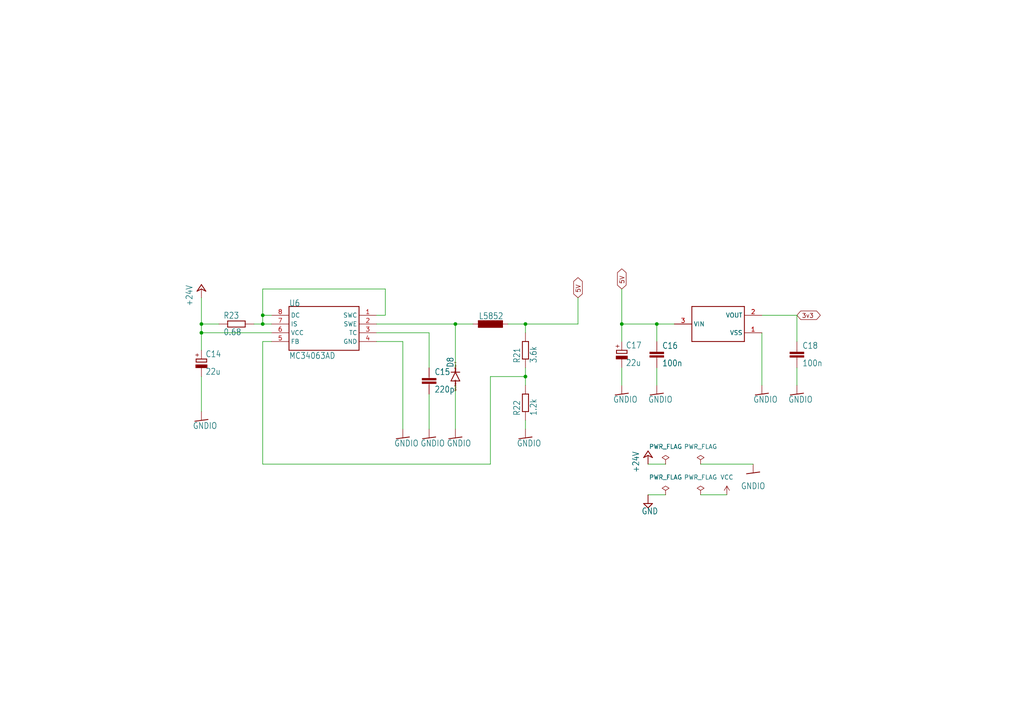
<source format=kicad_sch>
(kicad_sch (version 20231120) (generator "eeschema") (generator_version "8.0")
  (paper "A4")
  (lib_symbols
    (symbol "CPOL-EUE2-5_1"
      (property "Reference" "C14" (at 1.143 0.4826 0))
      (property "Value" "22u" (at 1.143 -4.5974 0))
      (symbol "CPOL-EUE2-5_1_1_0"
        (rectangle (start -1.651 -2.54) (end 1.651 -1.651) (fill (type outline)))
        (polyline (pts (xy -1.524 -0.889) (xy 1.524 -0.889)) (stroke (width 0.254)))
        (polyline (pts (xy -1.524 0) (xy -1.524 -0.889)) (stroke (width 0.254)))
        (polyline (pts (xy -1.524 0) (xy 1.524 0)) (stroke (width 0.254)))
        (polyline (pts (xy 1.524 -0.889) (xy 1.524 0)) (stroke (width 0.254)))
        (text "+" (at -0.5842 0.4064 900) (effects (font (size 1.27 1.0795)) (justify left bottom)))
        (pin passive line (at 0 2.54 270) (length 2.54) (name "1") (number "1"))
        (pin passive line (at 0 -5.08 90) (length 2.54) (name "2") (number "2"))
      )
    )
    (symbol "power:PWR_FLAG" (power) (pin_numbers hide) (pin_names (offset 0) hide)
      (property "Value" "PWR_FLAG" (at 0 3.81 0))
      (symbol "PWR_FLAG_0_0"
        (pin power_out line (at 0 0 90) (length 0) (name "pwr") (number "1"))
      )
      (symbol "PWR_FLAG_0_1"
        (polyline (pts (xy 0 0) (xy 0 1.27) (xy -1.016 1.905) (xy 0 2.54) (xy 1.016 1.905) (xy 0 1.27)))
      )
    )
    (symbol "power:VCC" (power) (pin_names (offset 0))
      (property "Value" "VCC" (at 0 3.81 0))
      (symbol "VCC_0_1"
        (polyline (pts (xy -0.762 1.27) (xy 0 2.54)))
        (polyline (pts (xy 0 0) (xy 0 2.54)))
        (polyline (pts (xy 0 2.54) (xy 0.762 1.27)))
      )
      (symbol "VCC_1_1"
        (pin power_in line (at 0 0 90) (length 0) hide (name "VCC") (number "1"))
      )
    )
    (symbol "solenoid valve2020-eagle-import:+24V" (power)
      (property "Value" "+24V" (at -2.54 -5.08 90))
      (symbol "+24V_1_0"
        (polyline (pts (xy 0 0) (xy -1.27 -0.635)) (stroke (width 0.254)))
        (polyline (pts (xy 0 1.27) (xy -1.27 -0.635)) (stroke (width 0.254)))
        (polyline (pts (xy 1.27 -0.635) (xy 0 0)) (stroke (width 0.254)))
        (polyline (pts (xy 1.27 -0.635) (xy 0 1.27)) (stroke (width 0.254)))
        (pin power_in line (at 0 -2.54 90) (length 2.54) (name "+24V") (number "1"))
      )
    )
    (symbol "solenoid valve2020-eagle-import:CPOL-EUE2-5"
      (property "Reference" "C17" (at 1.143 0.4826 0))
      (property "Value" "22u" (at 1.143 -4.5974 0))
      (symbol "CPOL-EUE2-5_1_0"
        (rectangle (start -1.651 -2.54) (end 1.651 -1.651) (fill (type outline)))
        (polyline (pts (xy -1.524 -0.889) (xy 1.524 -0.889)) (stroke (width 0.254)))
        (polyline (pts (xy -1.524 0) (xy -1.524 -0.889)) (stroke (width 0.254)))
        (polyline (pts (xy -1.524 0) (xy 1.524 0)) (stroke (width 0.254)))
        (polyline (pts (xy 1.524 -0.889) (xy 1.524 0)) (stroke (width 0.254)))
        (text "+" (at -0.5842 0.4064 900) (effects (font (size 1.27 1.0795)) (justify left bottom)))
        (pin passive line (at 0 2.54 270) (length 2.54) (name "1") (number "1"))
        (pin passive line (at 0 -5.08 90) (length 2.54) (name "2") (number "2"))
      )
    )
    (symbol "solenoid valve2020-eagle-import:DIODE-SOD123"
      (property "Reference" "D" (at 2.54 0.4826 0))
      (symbol "DIODE-SOD123_1_0"
        (polyline (pts (xy -1.27 -1.27) (xy 1.27 0)) (stroke (width 0.254)))
        (polyline (pts (xy -1.27 0) (xy -2.54 0)) (stroke (width 0.254)))
        (polyline (pts (xy -1.27 0) (xy -1.27 -1.27)) (stroke (width 0.254)))
        (polyline (pts (xy -1.27 1.27) (xy -1.27 0)) (stroke (width 0.254)))
        (polyline (pts (xy 1.27 0) (xy -1.27 1.27)) (stroke (width 0.254)))
        (polyline (pts (xy 1.27 0) (xy 1.27 -1.27)) (stroke (width 0.254)))
        (polyline (pts (xy 1.27 1.27) (xy 1.27 0)) (stroke (width 0.254)))
        (polyline (pts (xy 2.54 0) (xy 1.27 0)) (stroke (width 0.254)))
        (text "SpiceOrder 1" (at -2.54 0 0) (effects (font (size 0.4064 0.3454))))
        (text "SpiceOrder 2" (at 2.54 0 0) (effects (font (size 0.4064 0.3454))))
        (pin passive line (at -2.54 0 0) (length 0) (name "A") (number "A"))
        (pin passive line (at 2.54 0 180) (length 0) (name "C") (number "C"))
      )
    )
    (symbol "solenoid valve2020-eagle-import:GND" (power)
      (property "Value" "GND" (at -1.905 -3.175 0))
      (symbol "GND_1_0"
        (polyline (pts (xy -1.27 0) (xy 1.27 0)) (stroke (width 0.254)))
        (polyline (pts (xy 0 -1.27) (xy -1.27 0)) (stroke (width 0.254)))
        (polyline (pts (xy 1.27 0) (xy 0 -1.27)) (stroke (width 0.254)))
        (pin power_in line (at 0 2.54 270) (length 2.54) (name "GND") (number "1"))
      )
    )
    (symbol "solenoid valve2020-eagle-import:GNDIO" (power)
      (property "Value" "GNDIO" (at -2.54 -2.54 0))
      (symbol "GNDIO_1_0"
        (polyline (pts (xy -1.905 -0.254) (xy 1.905 0.254)) (stroke (width 0.254)))
        (pin power_in line (at 0 2.54 270) (length 2.54) (name "GNDIO") (number "1"))
      )
    )
    (symbol "solenoid valve2020-eagle-import:L5852"
      (property "Value" "L5852" (at 3.302 -3.81 90))
      (symbol "L5852_1_0"
        (rectangle (start -1.016 -3.556) (end 1.016 3.556) (fill (type outline)))
        (pin passive line (at 0 5.08 270) (length 2.54) (name "1") (number "1"))
        (pin passive line (at 0 -5.08 90) (length 2.54) (name "2") (number "2"))
      )
    )
    (symbol "solenoid valve2020-eagle-import:MC34063AD"
      (property "Reference" "IC" (at -10.16 2.54 0))
      (symbol "MC34063AD_1_0"
        (polyline (pts (xy -10.16 -10.16) (xy 10.16 -10.16)) (stroke (width 0.254)))
        (polyline (pts (xy -10.16 2.54) (xy -10.16 -10.16)) (stroke (width 0.254)))
        (polyline (pts (xy 10.16 -10.16) (xy 10.16 2.54)) (stroke (width 0.254)))
        (polyline (pts (xy 10.16 2.54) (xy -10.16 2.54)) (stroke (width 0.254)))
        (pin passive line (at 15.24 0 180) (length 5.08) (name "SWC") (number "1"))
        (pin passive line (at 15.24 -2.54 180) (length 5.08) (name "SWE") (number "2"))
        (pin passive line (at 15.24 -5.08 180) (length 5.08) (name "TC") (number "3"))
        (pin passive line (at 15.24 -7.62 180) (length 5.08) (name "GND") (number "4"))
        (pin passive line (at -15.24 -7.62 0) (length 5.08) (name "FB") (number "5"))
        (pin passive line (at -15.24 -5.08 0) (length 5.08) (name "VCC") (number "6"))
        (pin passive line (at -15.24 -2.54 0) (length 5.08) (name "IS") (number "7"))
        (pin passive line (at -15.24 0 0) (length 5.08) (name "DC") (number "8"))
      )
    )
    (symbol "solenoid valve2020-eagle-import:XC6206"
      (symbol "XC6206_1_0"
        (polyline (pts (xy -7.62 -5.08) (xy -7.62 5.08)) (stroke (width 0.254)))
        (polyline (pts (xy -7.62 5.08) (xy 7.62 5.08)) (stroke (width 0.254)))
        (polyline (pts (xy 7.62 -5.08) (xy -7.62 -5.08)) (stroke (width 0.254)))
        (polyline (pts (xy 7.62 5.08) (xy 7.62 -5.08)) (stroke (width 0.254)))
        (pin bidirectional line (at 12.7 -2.54 180) (length 5.08) (name "VSS") (number "1"))
        (pin bidirectional line (at 12.7 2.54 180) (length 5.08) (name "VOUT") (number "2"))
        (pin bidirectional line (at -12.7 0 0) (length 5.08) (name "VIN") (number "3"))
      )
    )
    (symbol "solenoid valve2020-eagle-import:rcl_C-EUC0603"
      (property "Reference" "C" (at 1.524 0.381 0))
      (symbol "rcl_C-EUC0603_1_0"
        (rectangle (start -2.032 -2.032) (end 2.032 -1.524) (fill (type outline)))
        (rectangle (start -2.032 -1.016) (end 2.032 -0.508) (fill (type outline)))
        (polyline (pts (xy 0 -2.54) (xy 0 -2.032)) (stroke (width 0.1524)))
        (polyline (pts (xy 0 0) (xy 0 -0.508)) (stroke (width 0.1524)))
        (pin passive line (at 0 2.54 270) (length 2.54) (name "1") (number "1"))
        (pin passive line (at 0 -5.08 90) (length 2.54) (name "2") (number "2"))
      )
    )
    (symbol "solenoid valve2020-eagle-import:rcl_R-EU_R0603"
      (property "Reference" "R" (at -3.81 1.4986 0))
      (symbol "rcl_R-EU_R0603_1_0"
        (polyline (pts (xy -2.54 -0.889) (xy -2.54 0.889)) (stroke (width 0.254)))
        (polyline (pts (xy -2.54 -0.889) (xy 2.54 -0.889)) (stroke (width 0.254)))
        (polyline (pts (xy 2.54 -0.889) (xy 2.54 0.889)) (stroke (width 0.254)))
        (polyline (pts (xy 2.54 0.889) (xy -2.54 0.889)) (stroke (width 0.254)))
        (pin passive line (at -5.08 0 0) (length 2.54) (name "1") (number "1"))
        (pin passive line (at 5.08 0 180) (length 2.54) (name "2") (number "2"))
      )
    )
    (symbol "solenoid valve2020-eagle-import:rcl_R-EU_R1206"
      (property "Reference" "R" (at -3.81 1.4986 0))
      (symbol "rcl_R-EU_R1206_1_0"
        (polyline (pts (xy -2.54 -0.889) (xy -2.54 0.889)) (stroke (width 0.254)))
        (polyline (pts (xy -2.54 -0.889) (xy 2.54 -0.889)) (stroke (width 0.254)))
        (polyline (pts (xy 2.54 -0.889) (xy 2.54 0.889)) (stroke (width 0.254)))
        (polyline (pts (xy 2.54 0.889) (xy -2.54 0.889)) (stroke (width 0.254)))
        (pin passive line (at -5.08 0 0) (length 2.54) (name "1") (number "1"))
        (pin passive line (at 5.08 0 180) (length 2.54) (name "2") (number "2"))
      )
    )
  )
  (junction (at 58.42 93.98))
  (junction (at 132.08 93.98))
  (junction (at 190.5 93.98))
  (junction (at 76.2 91.44))
  (junction (at 152.4 93.98))
  (junction (at 180.34 93.98))
  (junction (at 152.4 109.22))
  (junction (at 76.2 93.98))
  (junction (at 58.42 96.52))
  (wire (pts (xy 116.84 99.06) (xy 116.84 124.46)) (stroke (width 0.1524)))
  (wire (pts (xy 76.2 91.44) (xy 78.74 91.44)) (stroke (width 0.1524)))
  (wire (pts (xy 180.34 106.68) (xy 180.34 111.76)) (stroke (width 0.1524)))
  (wire (pts (xy 167.64 93.98) (xy 167.64 86.36)) (stroke (width 0.1524)))
  (wire (pts (xy 132.08 111.76) (xy 132.08 124.46)) (stroke (width 0.1524)))
  (wire (pts (xy 203.2 134.62) (xy 218.44 134.62)))
  (wire (pts (xy 220.98 91.44) (xy 231.14 91.44)) (stroke (width 0.1524)))
  (wire (pts (xy 109.22 99.06) (xy 116.84 99.06)) (stroke (width 0.1524)))
  (wire (pts (xy 147.32 93.98) (xy 152.4 93.98)) (stroke (width 0.1524)))
  (wire (pts (xy 180.34 99.06) (xy 180.34 93.98)) (stroke (width 0.1524)))
  (wire (pts (xy 195.58 93.98) (xy 190.5 93.98)) (stroke (width 0.1524)))
  (wire (pts (xy 73.66 93.98) (xy 76.2 93.98)) (stroke (width 0.1524)))
  (wire (pts (xy 180.34 83.82) (xy 180.34 93.98)) (stroke (width 0.1524)))
  (wire (pts (xy 187.96 134.62) (xy 193.04 134.62)))
  (wire (pts (xy 152.4 124.46) (xy 152.4 121.92)) (stroke (width 0.1524)))
  (wire (pts (xy 58.42 93.98) (xy 58.42 96.52)) (stroke (width 0.1524)))
  (wire (pts (xy 203.2 143.51) (xy 210.82 143.51)))
  (wire (pts (xy 124.46 96.52) (xy 124.46 106.68)) (stroke (width 0.1524)))
  (wire (pts (xy 76.2 99.06) (xy 78.74 99.06)) (stroke (width 0.1524)))
  (wire (pts (xy 76.2 83.82) (xy 111.76 83.82)) (stroke (width 0.1524)))
  (wire (pts (xy 124.46 124.46) (xy 124.46 114.3)) (stroke (width 0.1524)))
  (wire (pts (xy 142.24 134.62) (xy 76.2 134.62)) (stroke (width 0.1524)))
  (wire (pts (xy 231.14 111.76) (xy 231.14 106.68)) (stroke (width 0.1524)))
  (wire (pts (xy 187.96 143.51) (xy 193.04 143.51)))
  (wire (pts (xy 180.34 93.98) (xy 190.5 93.98)) (stroke (width 0.1524)))
  (wire (pts (xy 111.76 83.82) (xy 111.76 91.44)) (stroke (width 0.1524)))
  (wire (pts (xy 220.98 111.76) (xy 220.98 96.52)) (stroke (width 0.1524)))
  (wire (pts (xy 152.4 109.22) (xy 152.4 106.68)) (stroke (width 0.1524)))
  (wire (pts (xy 152.4 111.76) (xy 152.4 109.22)) (stroke (width 0.1524)))
  (wire (pts (xy 58.42 109.22) (xy 58.42 119.38)) (stroke (width 0.1524)))
  (wire (pts (xy 58.42 101.6) (xy 58.42 96.52)) (stroke (width 0.1524)))
  (wire (pts (xy 76.2 91.44) (xy 76.2 83.82)) (stroke (width 0.1524)))
  (wire (pts (xy 109.22 96.52) (xy 124.46 96.52)) (stroke (width 0.1524)))
  (wire (pts (xy 58.42 96.52) (xy 78.74 96.52)) (stroke (width 0.1524)))
  (wire (pts (xy 190.5 93.98) (xy 190.5 99.06)) (stroke (width 0.1524)))
  (wire (pts (xy 111.76 91.44) (xy 109.22 91.44)) (stroke (width 0.1524)))
  (wire (pts (xy 63.5 93.98) (xy 58.42 93.98)) (stroke (width 0.1524)))
  (wire (pts (xy 132.08 93.98) (xy 137.16 93.98)) (stroke (width 0.1524)))
  (wire (pts (xy 152.4 93.98) (xy 167.64 93.98)) (stroke (width 0.1524)))
  (wire (pts (xy 132.08 93.98) (xy 132.08 106.68)) (stroke (width 0.1524)))
  (wire (pts (xy 190.5 111.76) (xy 190.5 106.68)) (stroke (width 0.1524)))
  (wire (pts (xy 76.2 93.98) (xy 76.2 91.44)) (stroke (width 0.1524)))
  (wire (pts (xy 58.42 86.36) (xy 58.42 93.98)) (stroke (width 0.1524)))
  (wire (pts (xy 76.2 93.98) (xy 78.74 93.98)) (stroke (width 0.1524)))
  (wire (pts (xy 109.22 93.98) (xy 132.08 93.98)) (stroke (width 0.1524)))
  (wire (pts (xy 76.2 134.62) (xy 76.2 99.06)) (stroke (width 0.1524)))
  (wire (pts (xy 142.24 109.22) (xy 142.24 134.62)) (stroke (width 0.1524)))
  (wire (pts (xy 231.14 91.44) (xy 231.14 99.06)) (stroke (width 0.1524)))
  (wire (pts (xy 152.4 93.98) (xy 152.4 96.52)) (stroke (width 0.1524)))
  (wire (pts (xy 152.4 109.22) (xy 142.24 109.22)) (stroke (width 0.1524)))
  (global_label "3v3" (shape bidirectional) (at 231.14 91.44 0) (effects (font (size 1.2446 1.2446))) (property "Intersheetrefs" "${INTERSHEET_REFS}" (effects (hide yes))))
  (global_label "5V" (shape bidirectional) (at 167.64 86.36 90) (property "Intersheetrefs" "${INTERSHEET_REFS}" (effects (hide yes))))
  (global_label "5V" (shape bidirectional) (at 180.34 83.82 90) (property "Intersheetrefs" "${INTERSHEET_REFS}" (effects (hide yes))))
  (symbol (lib_id "solenoid valve2020-eagle-import:MC34063AD") (at 93.98 91.44 0) (unit 1)
    (property "Reference" "U6" (at 83.82 88.9 0) (effects (font (size 1.778 1.5113)) (justify left bottom)))
    (property "Value" "MC34063AD" (at 83.82 104.14 0) (effects (font (size 1.778 1.5113)) (justify left bottom)))
    (property "Footprint" "my_Library:MC34063AD" (effects (hide yes)))
  )
  (symbol (lib_id "solenoid valve2020-eagle-import:GNDIO") (at 218.44 137.16 0) (unit 1)
    (property "Reference" "#GND034" (effects (hide yes)))
    (property "Value" "GNDIO" (at 218.44 140.97 0) (effects (font (size 1.778 1.5113))))
  )
  (symbol (lib_name "CPOL-EUE2-5_1") (lib_id "solenoid valve2020-eagle-import:CPOL-EUE2-5") (at 58.42 104.14 0) (unit 1)
    (property "Reference" "C14" (at 59.563 103.6574 0) (effects (font (size 1.778 1.5113)) (justify left bottom)))
    (property "Value" "22u" (at 59.563 108.7374 0) (effects (font (size 1.778 1.5113)) (justify left bottom)))
    (property "Footprint" "Capacitor_THT:CP_Radial_D5.0mm_P2.00mm" (effects (hide yes)))
  )
  (symbol (lib_id "solenoid valve2020-eagle-import:GNDIO") (at 190.5 114.3 0) (unit 1)
    (property "Reference" "#GND045" (effects (hide yes)))
    (property "Value" "GNDIO" (at 187.96 116.84 0) (effects (font (size 1.778 1.5113)) (justify left bottom)))
  )
  (symbol (lib_id "power:PWR_FLAG") (at 203.2 143.51 0) (unit 1)
    (property "Reference" "#FLG04" (effects (hide yes)))
    (property "Value" "PWR_FLAG" (at 203.2 138.43 0))
  )
  (symbol (lib_id "power:PWR_FLAG") (at 193.04 134.62 0) (unit 1)
    (property "Reference" "#FLG01" (effects (hide yes)))
    (property "Value" "PWR_FLAG" (at 193.04 129.54 0))
  )
  (symbol (lib_id "solenoid valve2020-eagle-import:CPOL-EUE2-5") (at 180.34 101.6 0) (unit 1)
    (property "Reference" "C17" (at 181.483 101.1174 0) (effects (font (size 1.778 1.5113)) (justify left bottom)))
    (property "Value" "22u" (at 181.483 106.1974 0) (effects (font (size 1.778 1.5113)) (justify left bottom)))
    (property "Footprint" "Capacitor_THT:CP_Radial_D5.0mm_P2.00mm" (effects (hide yes)))
  )
  (symbol (lib_id "solenoid valve2020-eagle-import:GND") (at 187.96 146.05 0) (unit 1)
    (property "Reference" "#SUPPLY010" (effects (hide yes)))
    (property "Value" "GND" (at 186.055 149.225 0) (effects (font (size 1.778 1.5113)) (justify left bottom)))
  )
  (symbol (lib_id "solenoid valve2020-eagle-import:GNDIO") (at 152.4 127 0) (unit 1)
    (property "Reference" "#GND035" (effects (hide yes)))
    (property "Value" "GNDIO" (at 149.86 129.54 0) (effects (font (size 1.778 1.5113)) (justify left bottom)))
  )
  (symbol (lib_id "solenoid valve2020-eagle-import:XC6206") (at 208.28 93.98 0) (unit 1)
    (property "Reference" "U7" (effects (hide yes)))
    (property "Value" "XC6206" (effects (hide yes)))
    (property "Footprint" "my_Library:XC6206" (effects (hide yes)))
  )
  (symbol (lib_id "power:PWR_FLAG") (at 193.04 143.51 0) (unit 1)
    (property "Reference" "#FLG02" (effects (hide yes)))
    (property "Value" "PWR_FLAG" (at 193.04 138.43 0))
  )
  (symbol (lib_id "solenoid valve2020-eagle-import:L5852") (at 142.24 93.98 90) (unit 1)
    (property "Reference" "L1" (effects (hide yes)))
    (property "Value" "L5852" (at 146.05 90.678 90) (effects (font (size 1.778 1.5113)) (justify left bottom)))
    (property "Footprint" "my_Library:L5852" (effects (hide yes)))
  )
  (symbol (lib_id "solenoid valve2020-eagle-import:rcl_C-EUC0603") (at 190.5 101.6 0) (unit 1)
    (property "Reference" "C16" (at 192.024 101.219 0) (effects (font (size 1.778 1.5113)) (justify left bottom)))
    (property "Value" "100n" (at 192.024 106.299 0) (effects (font (size 1.778 1.5113)) (justify left bottom)))
    (property "Footprint" "Capacitor_SMD:C_0603_1608Metric_Pad1.08x0.95mm_HandSolder" (effects (hide yes)))
  )
  (symbol (lib_id "solenoid valve2020-eagle-import:GNDIO") (at 124.46 127 0) (unit 1)
    (property "Reference" "#GND042" (effects (hide yes)))
    (property "Value" "GNDIO" (at 121.92 129.54 0) (effects (font (size 1.778 1.5113)) (justify left bottom)))
  )
  (symbol (lib_id "solenoid valve2020-eagle-import:rcl_R-EU_R1206") (at 68.58 93.98 0) (unit 1)
    (property "Reference" "R23" (at 64.77 92.4814 0) (effects (font (size 1.778 1.5113)) (justify left bottom)))
    (property "Value" "0.68" (at 64.77 97.282 0) (effects (font (size 1.778 1.5113)) (justify left bottom)))
    (property "Footprint" "Resistor_SMD:R_0603_1608Metric_Pad0.98x0.95mm_HandSolder" (effects (hide yes)))
  )
  (symbol (lib_id "solenoid valve2020-eagle-import:+24V") (at 58.42 83.82 0) (unit 1)
    (property "Reference" "#P+09" (effects (hide yes)))
    (property "Value" "+24V" (at 55.88 88.9 90) (effects (font (size 1.778 1.5113)) (justify left bottom)))
  )
  (symbol (lib_id "solenoid valve2020-eagle-import:DIODE-SOD123") (at 132.08 109.22 90) (unit 1)
    (property "Reference" "D8" (at 131.5974 106.68 0) (effects (font (size 1.778 1.5113)) (justify left bottom)))
    (property "Value" "DIODE-SOD123" (effects (hide yes)))
    (property "Footprint" "Diode_SMD:D_0603_1608Metric_Pad1.05x0.95mm_HandSolder" (effects (hide yes)))
  )
  (symbol (lib_id "solenoid valve2020-eagle-import:+24V") (at 187.96 132.08 0) (unit 1)
    (property "Reference" "#P+015" (effects (hide yes)))
    (property "Value" "+24V" (at 185.42 137.16 90) (effects (font (size 1.778 1.5113)) (justify left bottom)))
  )
  (symbol (lib_id "power:VCC") (at 210.82 143.51 0) (unit 1)
    (property "Reference" "#PWR01" (effects (hide yes)))
    (property "Value" "VCC" (at 210.82 138.43 0))
  )
  (symbol (lib_id "solenoid valve2020-eagle-import:GNDIO") (at 231.14 114.3 0) (unit 1)
    (property "Reference" "#GND047" (effects (hide yes)))
    (property "Value" "GNDIO" (at 228.6 116.84 0) (effects (font (size 1.778 1.5113)) (justify left bottom)))
  )
  (symbol (lib_id "solenoid valve2020-eagle-import:GNDIO") (at 180.34 114.3 0) (unit 1)
    (property "Reference" "#GND044" (effects (hide yes)))
    (property "Value" "GNDIO" (at 177.8 116.84 0) (effects (font (size 1.778 1.5113)) (justify left bottom)))
  )
  (symbol (lib_id "solenoid valve2020-eagle-import:rcl_R-EU_R0603") (at 152.4 116.84 90) (unit 1)
    (property "Reference" "R22" (at 150.9014 120.65 0) (effects (font (size 1.778 1.5113)) (justify left bottom)))
    (property "Value" "1.2k" (at 155.702 120.65 0) (effects (font (size 1.778 1.5113)) (justify left bottom)))
    (property "Footprint" "Resistor_SMD:R_0603_1608Metric_Pad0.98x0.95mm_HandSolder" (effects (hide yes)))
  )
  (symbol (lib_id "solenoid valve2020-eagle-import:rcl_R-EU_R0603") (at 152.4 101.6 90) (unit 1)
    (property "Reference" "R21" (at 150.9014 105.41 0) (effects (font (size 1.778 1.5113)) (justify left bottom)))
    (property "Value" "3.6k" (at 155.702 105.41 0) (effects (font (size 1.778 1.5113)) (justify left bottom)))
    (property "Footprint" "Resistor_SMD:R_0603_1608Metric_Pad0.98x0.95mm_HandSolder" (effects (hide yes)))
  )
  (symbol (lib_id "power:PWR_FLAG") (at 203.2 134.62 0) (unit 1)
    (property "Reference" "#FLG03" (effects (hide yes)))
    (property "Value" "PWR_FLAG" (at 203.2 129.54 0))
  )
  (symbol (lib_id "solenoid valve2020-eagle-import:GNDIO") (at 58.42 121.92 0) (unit 1)
    (property "Reference" "#GND048" (effects (hide yes)))
    (property "Value" "GNDIO" (at 55.88 124.46 0) (effects (font (size 1.778 1.5113)) (justify left bottom)))
  )
  (symbol (lib_id "solenoid valve2020-eagle-import:GNDIO") (at 132.08 127 0) (unit 1)
    (property "Reference" "#GND09" (effects (hide yes)))
    (property "Value" "GNDIO" (at 129.54 129.54 0) (effects (font (size 1.778 1.5113)) (justify left bottom)))
  )
  (symbol (lib_id "solenoid valve2020-eagle-import:GNDIO") (at 116.84 127 0) (unit 1)
    (property "Reference" "#GND043" (effects (hide yes)))
    (property "Value" "GNDIO" (at 114.3 129.54 0) (effects (font (size 1.778 1.5113)) (justify left bottom)))
  )
  (symbol (lib_id "solenoid valve2020-eagle-import:GNDIO") (at 220.98 114.3 0) (unit 1)
    (property "Reference" "#GND046" (effects (hide yes)))
    (property "Value" "GNDIO" (at 218.44 116.84 0) (effects (font (size 1.778 1.5113)) (justify left bottom)))
  )
  (symbol (lib_id "solenoid valve2020-eagle-import:rcl_C-EUC0603") (at 231.14 101.6 0) (unit 1)
    (property "Reference" "C18" (at 232.664 101.219 0) (effects (font (size 1.778 1.5113)) (justify left bottom)))
    (property "Value" "100n" (at 232.664 106.299 0) (effects (font (size 1.778 1.5113)) (justify left bottom)))
    (property "Footprint" "Capacitor_SMD:C_0603_1608Metric_Pad1.08x0.95mm_HandSolder" (effects (hide yes)))
  )
  (symbol (lib_id "solenoid valve2020-eagle-import:rcl_C-EUC0603") (at 124.46 109.22 0) (unit 1)
    (property "Reference" "C15" (at 125.984 108.839 0) (effects (font (size 1.778 1.5113)) (justify left bottom)))
    (property "Value" "220p" (at 125.984 113.919 0) (effects (font (size 1.778 1.5113)) (justify left bottom)))
    (property "Footprint" "Capacitor_SMD:C_0603_1608Metric_Pad1.08x0.95mm_HandSolder" (effects (hide yes)))
  )
)
</source>
